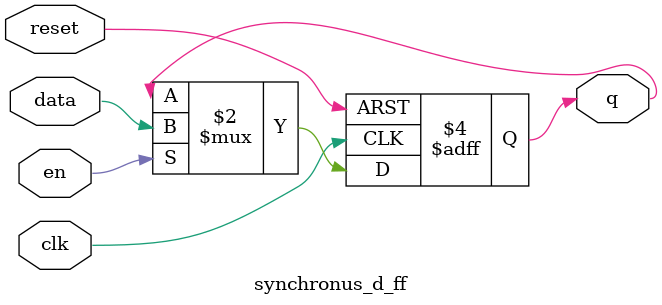
<source format=v>
module synchronus_d_ff(
    input wire clk,en,data,reset,
    output reg q
);
always @(posedge clk or posedge reset) begin
    if (reset)
        q <= 1'b0;
    else if (en)
        q <= data;
end
endmodule
</source>
